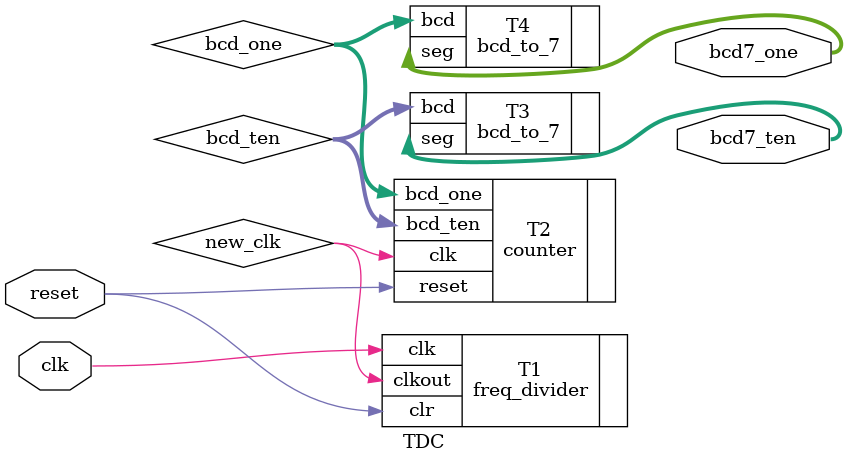
<source format=v>
`timescale 1ns / 1ps
module TDC(
    input clk,
    input reset,
    output [6:0] bcd7_ten,
    output [6:0] bcd7_one
    );

	 wire new_clk;
	 wire [3:0] bcd_ten;
	 wire [3:0] bcd_one;

	 freq_divider T1(.clr(reset), .clk(clk), .clkout(new_clk));
	 counter T2(.clk(new_clk), .reset(reset), .bcd_ten(bcd_ten), .bcd_one(bcd_one));
	 bcd_to_7 T3(.bcd(bcd_ten), .seg(bcd7_ten));
	 bcd_to_7 T4(.bcd(bcd_one), .seg(bcd7_one));


endmodule

</source>
